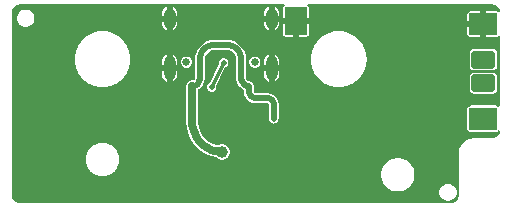
<source format=gtl>
G04*
G04 #@! TF.GenerationSoftware,Altium Limited,Altium Designer,23.11.1 (41)*
G04*
G04 Layer_Physical_Order=1*
G04 Layer_Color=255*
%FSLAX25Y25*%
%MOIN*%
G70*
G04*
G04 #@! TF.SameCoordinates,84374296-2AA4-43A0-BDA8-580E4E68A88C*
G04*
G04*
G04 #@! TF.FilePolarity,Positive*
G04*
G01*
G75*
%ADD18C,0.01968*%
%ADD19C,0.02756*%
%ADD20C,0.01181*%
G04:AMPARAMS|DCode=21|XSize=76.13mil|YSize=95.81mil|CornerRadius=9.52mil|HoleSize=0mil|Usage=FLASHONLY|Rotation=270.000|XOffset=0mil|YOffset=0mil|HoleType=Round|Shape=RoundedRectangle|*
%AMROUNDEDRECTD21*
21,1,0.07613,0.07678,0,0,270.0*
21,1,0.05709,0.09581,0,0,270.0*
1,1,0.01903,-0.03839,-0.02855*
1,1,0.01903,-0.03839,0.02855*
1,1,0.01903,0.03839,0.02855*
1,1,0.01903,0.03839,-0.02855*
%
%ADD21ROUNDEDRECTD21*%
G04:AMPARAMS|DCode=22|XSize=76.13mil|YSize=95.81mil|CornerRadius=9.52mil|HoleSize=0mil|Usage=FLASHONLY|Rotation=180.000|XOffset=0mil|YOffset=0mil|HoleType=Round|Shape=RoundedRectangle|*
%AMROUNDEDRECTD22*
21,1,0.07613,0.07678,0,0,180.0*
21,1,0.05709,0.09581,0,0,180.0*
1,1,0.01903,-0.02855,0.03839*
1,1,0.01903,0.02855,0.03839*
1,1,0.01903,0.02855,-0.03839*
1,1,0.01903,-0.02855,-0.03839*
%
%ADD22ROUNDEDRECTD22*%
G04:AMPARAMS|DCode=23|XSize=57.7mil|YSize=77.39mil|CornerRadius=7.21mil|HoleSize=0mil|Usage=FLASHONLY|Rotation=270.000|XOffset=0mil|YOffset=0mil|HoleType=Round|Shape=RoundedRectangle|*
%AMROUNDEDRECTD23*
21,1,0.05770,0.06296,0,0,270.0*
21,1,0.04328,0.07739,0,0,270.0*
1,1,0.01443,-0.03148,-0.02164*
1,1,0.01443,-0.03148,0.02164*
1,1,0.01443,0.03148,0.02164*
1,1,0.01443,0.03148,-0.02164*
%
%ADD23ROUNDEDRECTD23*%
G04:AMPARAMS|DCode=24|XSize=39.37mil|YSize=70.87mil|CornerRadius=19.68mil|HoleSize=0mil|Usage=FLASHONLY|Rotation=0.000|XOffset=0mil|YOffset=0mil|HoleType=Round|Shape=RoundedRectangle|*
%AMROUNDEDRECTD24*
21,1,0.03937,0.03150,0,0,0.0*
21,1,0.00000,0.07087,0,0,0.0*
1,1,0.03937,0.00000,-0.01575*
1,1,0.03937,0.00000,-0.01575*
1,1,0.03937,0.00000,0.01575*
1,1,0.03937,0.00000,0.01575*
%
%ADD24ROUNDEDRECTD24*%
G04:AMPARAMS|DCode=25|XSize=39.37mil|YSize=82.68mil|CornerRadius=19.68mil|HoleSize=0mil|Usage=FLASHONLY|Rotation=0.000|XOffset=0mil|YOffset=0mil|HoleType=Round|Shape=RoundedRectangle|*
%AMROUNDEDRECTD25*
21,1,0.03937,0.04331,0,0,0.0*
21,1,0.00000,0.08268,0,0,0.0*
1,1,0.03937,0.00000,-0.02165*
1,1,0.03937,0.00000,-0.02165*
1,1,0.03937,0.00000,0.02165*
1,1,0.03937,0.00000,0.02165*
%
%ADD25ROUNDEDRECTD25*%
%ADD26C,0.02559*%
%ADD27C,0.01968*%
%ADD28C,0.03937*%
G36*
X92138Y67632D02*
X92290Y67132D01*
X92041Y66965D01*
X91698Y66452D01*
X91578Y65847D01*
Y63008D01*
X96014D01*
X100451D01*
Y65847D01*
X100330Y66452D01*
X99988Y66965D01*
X99739Y67132D01*
X99891Y67632D01*
X161417D01*
X161667D01*
X162156Y67534D01*
X162617Y67343D01*
X163031Y67066D01*
X163384Y66714D01*
X163661Y66299D01*
X163852Y65838D01*
X163949Y65349D01*
X163949Y65100D01*
X163449Y64956D01*
X163422Y64997D01*
X162909Y65340D01*
X162303Y65460D01*
X159465D01*
Y61024D01*
Y56587D01*
X162303D01*
X162909Y56707D01*
X163422Y57050D01*
X163449Y57091D01*
X163949Y56940D01*
X163949Y33612D01*
X163449Y33460D01*
X163422Y33501D01*
X162909Y33844D01*
X162303Y33964D01*
X154626D01*
X154020Y33844D01*
X153507Y33501D01*
X153164Y32988D01*
X153044Y32382D01*
Y26673D01*
X153164Y26068D01*
X153507Y25554D01*
X154020Y25211D01*
X154626Y25091D01*
X162303D01*
X162909Y25211D01*
X163422Y25554D01*
X163449Y25595D01*
X163479Y25595D01*
X163949Y25444D01*
Y25341D01*
X163852Y24852D01*
X163661Y24391D01*
X163384Y23976D01*
X163031Y23624D01*
X162617Y23347D01*
X162156Y23156D01*
X161667Y23058D01*
X161417Y23058D01*
X155512D01*
X155477Y23052D01*
X155443Y23057D01*
X155057Y23038D01*
X154956Y23012D01*
X154852D01*
X154095Y22862D01*
X153967Y22809D01*
X153831Y22782D01*
X153118Y22487D01*
X153003Y22410D01*
X152875Y22357D01*
X152234Y21928D01*
X152136Y21830D01*
X152021Y21753D01*
X151475Y21208D01*
X151398Y21092D01*
X151300Y20995D01*
X150872Y20353D01*
X150819Y20225D01*
X150742Y20110D01*
X150446Y19397D01*
X150419Y19261D01*
X150366Y19133D01*
X150216Y18376D01*
Y18272D01*
X150190Y18171D01*
X150172Y17785D01*
X150177Y17751D01*
X150170Y17717D01*
X150170Y3688D01*
X150073Y3198D01*
X149882Y2738D01*
X149605Y2323D01*
X149252Y1970D01*
X148837Y1693D01*
X148376Y1502D01*
X147887Y1405D01*
X147638Y1405D01*
X3937Y1405D01*
X3688D01*
X3198Y1502D01*
X2738Y1693D01*
X2323Y1970D01*
X1970Y2323D01*
X1693Y2738D01*
X1502Y3198D01*
X1405Y3688D01*
X1405Y3937D01*
X1405Y65100D01*
Y65349D01*
X1502Y65838D01*
X1693Y66299D01*
X1970Y66714D01*
X2323Y67066D01*
X2738Y67343D01*
X3198Y67534D01*
X3688Y67632D01*
X3937Y67632D01*
X92138Y67632D01*
D02*
G37*
%LPC*%
G36*
X88874Y66795D02*
Y63854D01*
X90465D01*
Y64429D01*
X90376Y65100D01*
X90118Y65724D01*
X89706Y66261D01*
X89169Y66673D01*
X88874Y66795D01*
D02*
G37*
G36*
X86874D02*
X86579Y66673D01*
X86042Y66261D01*
X85630Y65724D01*
X85372Y65100D01*
X85283Y64429D01*
Y63854D01*
X86874D01*
Y66795D01*
D02*
G37*
G36*
X54858D02*
Y63854D01*
X56449D01*
Y64429D01*
X56361Y65100D01*
X56102Y65724D01*
X55690Y66261D01*
X55154Y66673D01*
X54858Y66795D01*
D02*
G37*
G36*
X52858D02*
X52563Y66673D01*
X52026Y66261D01*
X51615Y65724D01*
X51356Y65100D01*
X51268Y64429D01*
Y63854D01*
X52858D01*
Y66795D01*
D02*
G37*
G36*
X157465Y65460D02*
X154626D01*
X154020Y65340D01*
X153507Y64997D01*
X153164Y64484D01*
X153044Y63878D01*
Y62024D01*
X157465D01*
Y65460D01*
D02*
G37*
G36*
X6283Y65860D02*
X5528D01*
X4799Y65664D01*
X4145Y65287D01*
X3611Y64753D01*
X3233Y64099D01*
X3038Y63370D01*
Y62615D01*
X3233Y61885D01*
X3611Y61231D01*
X4145Y60697D01*
X4799Y60320D01*
X5528Y60124D01*
X6283D01*
X7012Y60320D01*
X7666Y60697D01*
X8200Y61231D01*
X8578Y61885D01*
X8773Y62615D01*
Y63370D01*
X8578Y64099D01*
X8200Y64753D01*
X7666Y65287D01*
X7012Y65664D01*
X6283Y65860D01*
D02*
G37*
G36*
X90465Y61854D02*
X88874D01*
Y58914D01*
X89169Y59036D01*
X89706Y59448D01*
X90118Y59984D01*
X90376Y60609D01*
X90465Y61279D01*
Y61854D01*
D02*
G37*
G36*
X86874D02*
X85283D01*
Y61279D01*
X85372Y60609D01*
X85630Y59984D01*
X86042Y59448D01*
X86579Y59036D01*
X86874Y58914D01*
Y61854D01*
D02*
G37*
G36*
X56449D02*
X54858D01*
Y58914D01*
X55154Y59036D01*
X55690Y59448D01*
X56102Y59984D01*
X56361Y60609D01*
X56449Y61279D01*
Y61854D01*
D02*
G37*
G36*
X52858D02*
X51268D01*
Y61279D01*
X51356Y60609D01*
X51615Y59984D01*
X52026Y59448D01*
X52563Y59036D01*
X52858Y58914D01*
Y61854D01*
D02*
G37*
G36*
X110954Y58642D02*
X109519D01*
X109325Y58603D01*
X109127D01*
X107720Y58324D01*
X107537Y58248D01*
X107344Y58209D01*
X106018Y57660D01*
X105854Y57551D01*
X105671Y57475D01*
X104478Y56678D01*
X104338Y56538D01*
X104174Y56428D01*
X103160Y55414D01*
X103050Y55249D01*
X102910Y55110D01*
X102113Y53917D01*
X102037Y53734D01*
X101927Y53570D01*
X101378Y52244D01*
X101340Y52050D01*
X101264Y51868D01*
X100984Y50460D01*
Y50263D01*
X100946Y50069D01*
Y48634D01*
X100984Y48440D01*
Y48243D01*
X101264Y46835D01*
X101340Y46653D01*
X101378Y46459D01*
X101927Y45133D01*
X102037Y44969D01*
X102113Y44786D01*
X102910Y43593D01*
X103050Y43454D01*
X103160Y43289D01*
X104174Y42275D01*
X104338Y42165D01*
X104478Y42025D01*
X105671Y41228D01*
X105854Y41153D01*
X106018Y41043D01*
X107344Y40494D01*
X107537Y40455D01*
X107720Y40379D01*
X109127Y40099D01*
X109325D01*
X109519Y40061D01*
X110954D01*
X111147Y40099D01*
X111345D01*
X112752Y40379D01*
X112935Y40455D01*
X113129Y40494D01*
X114454Y41043D01*
X114619Y41153D01*
X114801Y41228D01*
X115994Y42025D01*
X116134Y42165D01*
X116298Y42275D01*
X117313Y43289D01*
X117423Y43454D01*
X117562Y43593D01*
X118359Y44786D01*
X118435Y44969D01*
X118545Y45133D01*
X119094Y46459D01*
X119133Y46653D01*
X119208Y46835D01*
X119488Y48243D01*
Y48440D01*
X119527Y48634D01*
Y50069D01*
X119488Y50263D01*
Y50460D01*
X119208Y51868D01*
X119133Y52050D01*
X119094Y52244D01*
X118545Y53570D01*
X118435Y53734D01*
X118359Y53917D01*
X117562Y55110D01*
X117423Y55249D01*
X117313Y55414D01*
X116298Y56428D01*
X116134Y56538D01*
X115994Y56678D01*
X114801Y57475D01*
X114619Y57551D01*
X114454Y57660D01*
X113129Y58209D01*
X112935Y58248D01*
X112752Y58324D01*
X111345Y58603D01*
X111147D01*
X110954Y58642D01*
D02*
G37*
G36*
X32213D02*
X30779D01*
X30585Y58603D01*
X30387D01*
X28980Y58324D01*
X28797Y58248D01*
X28604Y58209D01*
X27278Y57660D01*
X27114Y57551D01*
X26931Y57475D01*
X25738Y56678D01*
X25598Y56538D01*
X25434Y56428D01*
X24419Y55414D01*
X24310Y55249D01*
X24170Y55110D01*
X23373Y53917D01*
X23297Y53734D01*
X23187Y53570D01*
X22638Y52244D01*
X22600Y52050D01*
X22524Y51868D01*
X22244Y50460D01*
Y50263D01*
X22206Y50069D01*
Y48634D01*
X22244Y48440D01*
Y48243D01*
X22524Y46835D01*
X22600Y46653D01*
X22638Y46459D01*
X23187Y45133D01*
X23297Y44969D01*
X23373Y44786D01*
X24170Y43593D01*
X24310Y43454D01*
X24419Y43289D01*
X25434Y42275D01*
X25598Y42165D01*
X25738Y42025D01*
X26931Y41228D01*
X27114Y41153D01*
X27278Y41043D01*
X28604Y40494D01*
X28797Y40455D01*
X28980Y40379D01*
X30387Y40099D01*
X30585D01*
X30779Y40061D01*
X32213D01*
X32407Y40099D01*
X32605D01*
X34012Y40379D01*
X34195Y40455D01*
X34389Y40494D01*
X35714Y41043D01*
X35879Y41153D01*
X36061Y41228D01*
X37254Y42025D01*
X37394Y42165D01*
X37558Y42275D01*
X38573Y43289D01*
X38682Y43454D01*
X38822Y43593D01*
X39619Y44786D01*
X39695Y44969D01*
X39805Y45133D01*
X40354Y46459D01*
X40393Y46653D01*
X40468Y46835D01*
X40748Y48243D01*
Y48440D01*
X40787Y48634D01*
Y50069D01*
X40748Y50263D01*
Y50460D01*
X40468Y51868D01*
X40393Y52050D01*
X40354Y52244D01*
X39805Y53570D01*
X39695Y53734D01*
X39619Y53917D01*
X38822Y55110D01*
X38682Y55249D01*
X38573Y55414D01*
X37558Y56428D01*
X37394Y56538D01*
X37254Y56678D01*
X36061Y57475D01*
X35879Y57551D01*
X35714Y57660D01*
X34389Y58209D01*
X34195Y58248D01*
X34012Y58324D01*
X32605Y58603D01*
X32407D01*
X32213Y58642D01*
D02*
G37*
G36*
X157465Y60024D02*
X153044D01*
Y58169D01*
X153164Y57564D01*
X153507Y57050D01*
X154020Y56707D01*
X154626Y56587D01*
X157465D01*
Y60024D01*
D02*
G37*
G36*
X100451Y61008D02*
X97014D01*
Y56587D01*
X98869D01*
X99474Y56707D01*
X99988Y57050D01*
X100330Y57564D01*
X100451Y58169D01*
Y61008D01*
D02*
G37*
G36*
X95014D02*
X91578D01*
Y58169D01*
X91698Y57564D01*
X92041Y57050D01*
X92554Y56707D01*
X93160Y56587D01*
X95014D01*
Y61008D01*
D02*
G37*
G36*
X72835Y55750D02*
Y55749D01*
X68898D01*
Y55750D01*
X67622Y55624D01*
X66396Y55252D01*
X65266Y54648D01*
X64275Y53835D01*
X63462Y52844D01*
X62858Y51714D01*
X62486Y50488D01*
X62361Y49213D01*
X62361D01*
Y42913D01*
X62360D01*
X62288Y42553D01*
X62084Y42247D01*
X62075Y42240D01*
X61417Y42371D01*
X60646Y42217D01*
X59991Y41780D01*
X59554Y41126D01*
X59401Y40354D01*
Y28475D01*
X59403Y28460D01*
X59550Y26595D01*
X59990Y24762D01*
X60712Y23020D01*
X61697Y21412D01*
X62921Y19979D01*
X64355Y18754D01*
X65963Y17769D01*
X67704Y17048D01*
X69538Y16608D01*
X69662Y16598D01*
X69840Y16419D01*
X70426Y16081D01*
X71079Y15906D01*
X71755D01*
X72409Y16081D01*
X72994Y16419D01*
X73473Y16897D01*
X73811Y17483D01*
X73986Y18136D01*
Y18813D01*
X73811Y19466D01*
X73473Y20052D01*
X72994Y20530D01*
X72409Y20868D01*
X71755Y21043D01*
X71079D01*
X70426Y20868D01*
X69972Y20606D01*
X69854Y20618D01*
X68352Y21074D01*
X66967Y21814D01*
X65753Y22810D01*
X64757Y24024D01*
X64016Y25409D01*
X63561Y26912D01*
X63416Y28383D01*
X63434Y28475D01*
Y39264D01*
X63507Y39294D01*
X64372Y39958D01*
X65036Y40824D01*
X65454Y41832D01*
X65596Y42913D01*
X65592D01*
Y49213D01*
X65586Y49241D01*
X65695Y50071D01*
X66026Y50870D01*
X66553Y51557D01*
X67240Y52084D01*
X68040Y52415D01*
X68869Y52524D01*
X68898Y52519D01*
X72835D01*
X72863Y52524D01*
X73693Y52415D01*
X74492Y52084D01*
X75179Y51557D01*
X75706Y50870D01*
X76037Y50071D01*
X76146Y49241D01*
X76141Y49213D01*
Y42913D01*
X76136D01*
X76278Y41832D01*
X76696Y40824D01*
X77360Y39958D01*
X78225Y39294D01*
X78700Y39098D01*
Y38386D01*
X78699D01*
X78825Y37433D01*
X79193Y36544D01*
X79778Y35782D01*
X80541Y35197D01*
X81429Y34829D01*
X82382Y34703D01*
Y34704D01*
X86582D01*
X86814Y34550D01*
X86967Y34318D01*
Y29528D01*
X86998Y29372D01*
Y29212D01*
X87059Y29065D01*
X87090Y28909D01*
X87179Y28777D01*
X87240Y28630D01*
X87352Y28518D01*
X87441Y28385D01*
X87573Y28297D01*
X87685Y28185D01*
X87832Y28124D01*
X87964Y28035D01*
X88121Y28004D01*
X88268Y27943D01*
X88427D01*
X88583Y27912D01*
X88739Y27943D01*
X88898D01*
X89045Y28004D01*
X89201Y28035D01*
X89333Y28124D01*
X89480Y28185D01*
X89593Y28297D01*
X89725Y28385D01*
X89813Y28518D01*
X89926Y28630D01*
X89987Y28777D01*
X90075Y28909D01*
X90106Y29065D01*
X90167Y29212D01*
Y29372D01*
X90198Y29528D01*
Y34449D01*
X90194Y34467D01*
X90078Y35351D01*
X89730Y36191D01*
X89176Y36913D01*
X88455Y37466D01*
X87614Y37814D01*
X86731Y37931D01*
X86713Y37934D01*
X82382D01*
X82355Y37929D01*
X82051Y38055D01*
X81925Y38359D01*
X81930Y38386D01*
Y40354D01*
X81899Y40510D01*
Y40670D01*
X81838Y40816D01*
X81807Y40973D01*
X81719Y41105D01*
X81658Y41252D01*
X81546Y41364D01*
X81457Y41497D01*
X81325Y41585D01*
X81212Y41697D01*
X81065Y41758D01*
X80933Y41847D01*
X80777Y41878D01*
X80630Y41939D01*
X80471D01*
X80315Y41970D01*
Y41971D01*
X79954Y42042D01*
X79648Y42247D01*
X79444Y42553D01*
X79372Y42913D01*
X79371D01*
Y49213D01*
X79372D01*
X79246Y50488D01*
X78874Y51714D01*
X78270Y52844D01*
X77457Y53835D01*
X76466Y54648D01*
X75336Y55252D01*
X74110Y55624D01*
X72835Y55750D01*
D02*
G37*
G36*
X88874Y50929D02*
Y47398D01*
X90465D01*
Y48563D01*
X90376Y49233D01*
X90118Y49858D01*
X89706Y50395D01*
X89169Y50807D01*
X88874Y50929D01*
D02*
G37*
G36*
X86874D02*
X86579Y50807D01*
X86042Y50395D01*
X85630Y49858D01*
X85372Y49233D01*
X85283Y48563D01*
Y47398D01*
X86874D01*
Y50929D01*
D02*
G37*
G36*
X54858D02*
Y47398D01*
X56449D01*
Y48563D01*
X56361Y49233D01*
X56102Y49858D01*
X55690Y50395D01*
X55154Y50807D01*
X54858Y50929D01*
D02*
G37*
G36*
X52858D02*
X52563Y50807D01*
X52026Y50395D01*
X51615Y49858D01*
X51356Y49233D01*
X51268Y48563D01*
Y47398D01*
X52858D01*
Y50929D01*
D02*
G37*
G36*
X82618Y50246D02*
X81870D01*
X81179Y49959D01*
X80651Y49431D01*
X80365Y48740D01*
Y47992D01*
X80651Y47302D01*
X81179Y46773D01*
X81870Y46487D01*
X82618D01*
X83309Y46773D01*
X83837Y47302D01*
X84124Y47992D01*
Y48740D01*
X83837Y49431D01*
X83309Y49959D01*
X82618Y50246D01*
D02*
G37*
G36*
X59862D02*
X59114D01*
X58424Y49959D01*
X57895Y49431D01*
X57609Y48740D01*
Y47992D01*
X57895Y47302D01*
X58424Y46773D01*
X59114Y46487D01*
X59862D01*
X60553Y46773D01*
X61081Y47302D01*
X61368Y47992D01*
Y48740D01*
X61081Y49431D01*
X60553Y49959D01*
X59862Y50246D01*
D02*
G37*
G36*
X161613Y52724D02*
X155316D01*
X154801Y52621D01*
X154364Y52329D01*
X154072Y51892D01*
X153969Y51376D01*
Y47049D01*
X154072Y46533D01*
X154364Y46096D01*
X154801Y45804D01*
X155316Y45702D01*
X161613D01*
X162128Y45804D01*
X162565Y46096D01*
X162857Y46533D01*
X162960Y47049D01*
Y51376D01*
X162857Y51892D01*
X162565Y52329D01*
X162128Y52621D01*
X161613Y52724D01*
D02*
G37*
G36*
X90465Y45398D02*
X88874D01*
Y41866D01*
X89169Y41989D01*
X89706Y42400D01*
X90118Y42937D01*
X90376Y43562D01*
X90465Y44232D01*
Y45398D01*
D02*
G37*
G36*
X86874D02*
X85283D01*
Y44232D01*
X85372Y43562D01*
X85630Y42937D01*
X86042Y42400D01*
X86579Y41989D01*
X86874Y41866D01*
Y45398D01*
D02*
G37*
G36*
X56449D02*
X54858D01*
Y41866D01*
X55154Y41989D01*
X55690Y42400D01*
X56102Y42937D01*
X56361Y43562D01*
X56449Y44232D01*
Y45398D01*
D02*
G37*
G36*
X52858D02*
X51268D01*
Y44232D01*
X51356Y43562D01*
X51615Y42937D01*
X52026Y42400D01*
X52563Y41989D01*
X52858Y41866D01*
Y45398D01*
D02*
G37*
G36*
X72166Y49813D02*
X71535D01*
X70953Y49571D01*
X70507Y49126D01*
X70266Y48544D01*
Y47913D01*
X70306Y47817D01*
X67261Y41484D01*
X67016Y41382D01*
X66570Y40937D01*
X66329Y40354D01*
Y39724D01*
X66570Y39142D01*
X67016Y38696D01*
X67598Y38455D01*
X68228D01*
X68811Y38696D01*
X69256Y39142D01*
X69498Y39724D01*
Y40354D01*
X69458Y40450D01*
X72503Y46784D01*
X72748Y46885D01*
X73193Y47331D01*
X73435Y47913D01*
Y48544D01*
X73193Y49126D01*
X72748Y49571D01*
X72166Y49813D01*
D02*
G37*
G36*
X161613Y44850D02*
X155316D01*
X154801Y44747D01*
X154364Y44455D01*
X154072Y44018D01*
X153969Y43502D01*
Y39175D01*
X154072Y38659D01*
X154364Y38222D01*
X154801Y37930D01*
X155316Y37828D01*
X161613D01*
X162128Y37930D01*
X162565Y38222D01*
X162857Y38659D01*
X162960Y39175D01*
Y43502D01*
X162857Y44018D01*
X162565Y44455D01*
X162128Y44747D01*
X161613Y44850D01*
D02*
G37*
G36*
X31845Y21437D02*
X31147D01*
X30953Y21399D01*
X30755D01*
X30071Y21262D01*
X29888Y21187D01*
X29694Y21148D01*
X29050Y20881D01*
X28885Y20771D01*
X28703Y20696D01*
X28122Y20308D01*
X27982Y20168D01*
X27818Y20058D01*
X27325Y19565D01*
X27215Y19400D01*
X27075Y19261D01*
X26687Y18680D01*
X26612Y18498D01*
X26502Y18333D01*
X26235Y17688D01*
X26196Y17495D01*
X26120Y17312D01*
X25984Y16627D01*
Y16430D01*
X25946Y16236D01*
Y15538D01*
X25984Y15344D01*
Y15146D01*
X26120Y14462D01*
X26196Y14279D01*
X26235Y14085D01*
X26502Y13441D01*
X26612Y13276D01*
X26687Y13093D01*
X27075Y12513D01*
X27215Y12373D01*
X27325Y12209D01*
X27818Y11715D01*
X27983Y11606D01*
X28122Y11466D01*
X28703Y11078D01*
X28885Y11002D01*
X29050Y10893D01*
X29694Y10626D01*
X29888Y10587D01*
X30071Y10511D01*
X30755Y10375D01*
X30953D01*
X31147Y10336D01*
X31845D01*
X32039Y10375D01*
X32237D01*
X32921Y10511D01*
X33104Y10587D01*
X33298Y10626D01*
X33942Y10893D01*
X34107Y11002D01*
X34290Y11078D01*
X34870Y11466D01*
X35010Y11606D01*
X35174Y11715D01*
X35667Y12209D01*
X35777Y12373D01*
X35917Y12513D01*
X36305Y13093D01*
X36381Y13276D01*
X36490Y13441D01*
X36757Y14085D01*
X36796Y14279D01*
X36872Y14462D01*
X37008Y15146D01*
Y15344D01*
X37046Y15538D01*
Y16236D01*
X37008Y16430D01*
Y16627D01*
X36872Y17312D01*
X36796Y17495D01*
X36757Y17688D01*
X36490Y18333D01*
X36381Y18498D01*
X36305Y18680D01*
X35917Y19261D01*
X35777Y19400D01*
X35667Y19565D01*
X35174Y20058D01*
X35010Y20168D01*
X34870Y20308D01*
X34290Y20696D01*
X34107Y20771D01*
X33942Y20881D01*
X33298Y21148D01*
X33104Y21187D01*
X32921Y21262D01*
X32237Y21399D01*
X32039D01*
X31845Y21437D01*
D02*
G37*
G36*
X130270Y16377D02*
X129572D01*
X129378Y16339D01*
X129181D01*
X128496Y16202D01*
X128314Y16127D01*
X128120Y16088D01*
X127475Y15821D01*
X127310Y15711D01*
X127128Y15636D01*
X126547Y15248D01*
X126408Y15108D01*
X126243Y14998D01*
X125750Y14505D01*
X125640Y14340D01*
X125500Y14201D01*
X125112Y13620D01*
X125037Y13438D01*
X124927Y13273D01*
X124660Y12628D01*
X124621Y12434D01*
X124546Y12252D01*
X124409Y11567D01*
Y11370D01*
X124371Y11176D01*
Y10478D01*
X124409Y10284D01*
Y10086D01*
X124546Y9402D01*
X124621Y9219D01*
X124660Y9025D01*
X124927Y8380D01*
X125037Y8216D01*
X125112Y8033D01*
X125500Y7453D01*
X125640Y7313D01*
X125750Y7149D01*
X126243Y6655D01*
X126408Y6545D01*
X126548Y6406D01*
X127128Y6018D01*
X127310Y5942D01*
X127475Y5832D01*
X128120Y5565D01*
X128314Y5527D01*
X128496Y5451D01*
X129181Y5315D01*
X129378D01*
X129572Y5276D01*
X130270D01*
X130464Y5315D01*
X130662D01*
X131346Y5451D01*
X131529Y5527D01*
X131723Y5565D01*
X132368Y5832D01*
X132532Y5942D01*
X132715Y6018D01*
X133295Y6406D01*
X133435Y6545D01*
X133599Y6655D01*
X134093Y7149D01*
X134203Y7313D01*
X134342Y7453D01*
X134730Y8033D01*
X134806Y8216D01*
X134916Y8380D01*
X135183Y9025D01*
X135221Y9219D01*
X135297Y9402D01*
X135433Y10086D01*
Y10284D01*
X135472Y10478D01*
Y11176D01*
X135433Y11370D01*
Y11567D01*
X135297Y12252D01*
X135221Y12434D01*
X135183Y12628D01*
X134916Y13273D01*
X134806Y13438D01*
X134730Y13620D01*
X134342Y14201D01*
X134203Y14340D01*
X134093Y14505D01*
X133599Y14998D01*
X133435Y15108D01*
X133295Y15248D01*
X132715Y15636D01*
X132532Y15711D01*
X132368Y15821D01*
X131723Y16088D01*
X131529Y16127D01*
X131346Y16202D01*
X130662Y16339D01*
X130464D01*
X130270Y16377D01*
D02*
G37*
G36*
X147031Y7789D02*
X146276D01*
X145547Y7593D01*
X144893Y7216D01*
X144359Y6682D01*
X143981Y6028D01*
X143786Y5299D01*
Y4544D01*
X143981Y3814D01*
X144359Y3160D01*
X144893Y2627D01*
X145547Y2249D01*
X146276Y2053D01*
X147031D01*
X147760Y2249D01*
X148414Y2627D01*
X148948Y3160D01*
X149326Y3814D01*
X149521Y4544D01*
Y5299D01*
X149326Y6028D01*
X148948Y6682D01*
X148414Y7216D01*
X147760Y7593D01*
X147031Y7789D01*
D02*
G37*
%LPD*%
D18*
X88583Y34449D02*
X88332Y35384D01*
X87648Y36068D01*
X86713Y36319D01*
X80315Y38386D02*
X80592Y37352D01*
X81348Y36596D01*
X82382Y36319D01*
X77756Y42913D02*
X77951Y41934D01*
X78505Y41104D01*
X79336Y40549D01*
X80315Y40354D01*
X61417D02*
X62397Y40549D01*
X63227Y41104D01*
X63782Y41934D01*
X63976Y42913D01*
X68898Y54134D02*
X67937Y54039D01*
X67014Y53759D01*
X66163Y53304D01*
X65418Y52693D01*
X64806Y51947D01*
X64351Y51096D01*
X64071Y50173D01*
X63976Y49213D01*
X77756D02*
X77661Y50173D01*
X77381Y51096D01*
X76926Y51947D01*
X76315Y52693D01*
X75569Y53304D01*
X74718Y53759D01*
X73795Y54039D01*
X72835Y54134D01*
X88583Y29528D02*
Y34449D01*
X82382Y36319D02*
X86713D01*
X80315Y38386D02*
Y40354D01*
X63976Y42913D02*
Y49213D01*
X77756Y42913D02*
Y49213D01*
X68898Y54134D02*
X72835D01*
D19*
X61417Y28475D02*
X61466Y27494D01*
X61610Y26524D01*
X61848Y25572D01*
X62178Y24648D01*
X62598Y23761D01*
X63103Y22919D01*
X63687Y22131D01*
X64346Y21404D01*
X65073Y20744D01*
X65862Y20160D01*
X66703Y19655D01*
X67590Y19236D01*
X68515Y18905D01*
X69466Y18667D01*
X70437Y18523D01*
X71417Y18475D01*
X61417Y28475D02*
Y40354D01*
D20*
X67913Y40039D02*
X71850Y48228D01*
D21*
X158465Y29528D02*
D03*
Y61024D02*
D03*
D22*
X96014Y62008D02*
D03*
D23*
X158465Y41339D02*
D03*
Y49213D02*
D03*
D24*
X53858Y62854D02*
D03*
X87874D02*
D03*
D25*
X53858Y46398D02*
D03*
X87874D02*
D03*
D26*
X59488Y48366D02*
D03*
X82244D02*
D03*
D27*
X141732Y35433D02*
D03*
X95472Y49213D02*
D03*
X67913Y27559D02*
D03*
X127953Y26575D02*
D03*
X119095Y37402D02*
D03*
X141732Y56102D02*
D03*
X125984Y59055D02*
D03*
X118110Y11811D02*
D03*
X86614D02*
D03*
X78740Y59055D02*
D03*
X70866Y11811D02*
D03*
X62992Y59055D02*
D03*
X55118Y11811D02*
D03*
X47244Y59055D02*
D03*
Y27559D02*
D03*
X39370Y11811D02*
D03*
X31496Y27559D02*
D03*
X23622Y11811D02*
D03*
X15748Y59055D02*
D03*
X7874Y43307D02*
D03*
X15748Y27559D02*
D03*
X7874Y11811D02*
D03*
X79225Y11380D02*
D03*
X100878D02*
D03*
X108752D02*
D03*
X71850Y48228D02*
D03*
X67913Y40039D02*
D03*
X61417Y40354D02*
D03*
X58268D02*
D03*
X80315D02*
D03*
X83465D02*
D03*
X102362Y29528D02*
D03*
X88583D02*
D03*
D28*
X71417Y18475D02*
D03*
M02*

</source>
